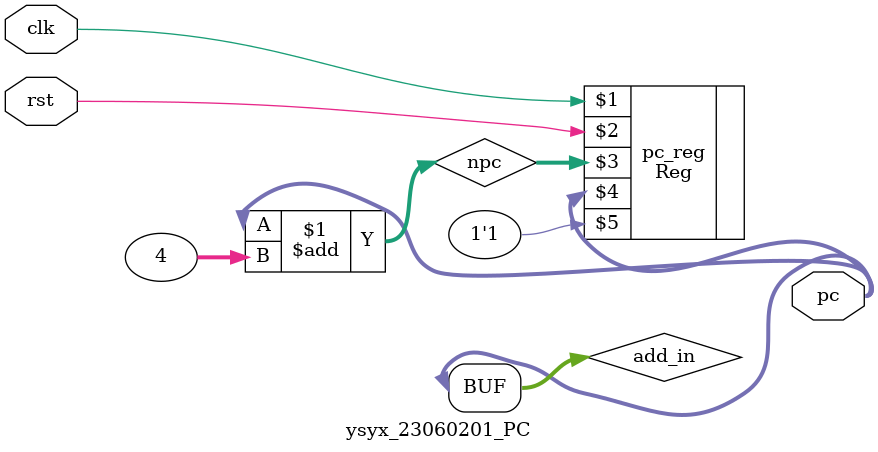
<source format=v>
module ysyx_23060201_PC(
	input clk,
	input rst,
	output [31:0] pc
);

	wire [31:0] add_in, npc; // intern signal
	assign add_in = pc;

	assign npc = add_in  + 32'h4; // pc + 4

	Reg #(32, 32'h80000000) pc_reg (clk, rst, npc, pc, 1'b1); // next pc

endmodule






	

</source>
